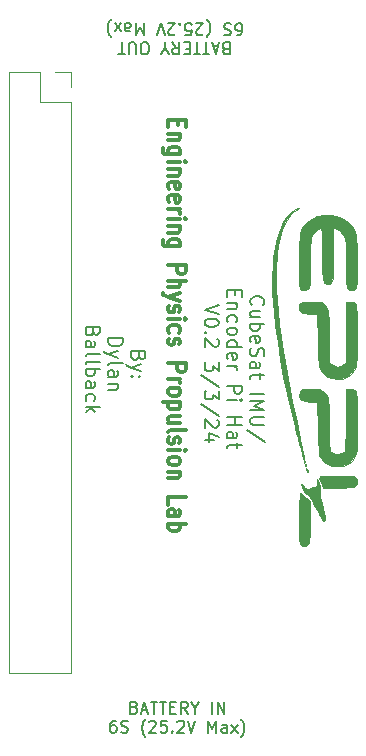
<source format=gbr>
%TF.GenerationSoftware,KiCad,Pcbnew,(6.0.5-0)*%
%TF.CreationDate,2024-03-04T10:57:06-05:00*%
%TF.ProjectId,CubeSat PCB V0.2,43756265-5361-4742-9050-43422056302e,rev?*%
%TF.SameCoordinates,Original*%
%TF.FileFunction,Legend,Top*%
%TF.FilePolarity,Positive*%
%FSLAX46Y46*%
G04 Gerber Fmt 4.6, Leading zero omitted, Abs format (unit mm)*
G04 Created by KiCad (PCBNEW (6.0.5-0)) date 2024-03-04 10:57:06*
%MOMM*%
%LPD*%
G01*
G04 APERTURE LIST*
%ADD10C,0.200000*%
%ADD11C,0.150000*%
%ADD12C,0.300000*%
%ADD13C,0.010000*%
%ADD14C,0.120000*%
G04 APERTURE END LIST*
D10*
X97142714Y-93110714D02*
X97085571Y-93282142D01*
X97028428Y-93339285D01*
X96914142Y-93396428D01*
X96742714Y-93396428D01*
X96628428Y-93339285D01*
X96571285Y-93282142D01*
X96514142Y-93167857D01*
X96514142Y-92710714D01*
X97714142Y-92710714D01*
X97714142Y-93110714D01*
X97657000Y-93225000D01*
X97599857Y-93282142D01*
X97485571Y-93339285D01*
X97371285Y-93339285D01*
X97257000Y-93282142D01*
X97199857Y-93225000D01*
X97142714Y-93110714D01*
X97142714Y-92710714D01*
X97314142Y-93796428D02*
X96514142Y-94082142D01*
X97314142Y-94367857D02*
X96514142Y-94082142D01*
X96228428Y-93967857D01*
X96171285Y-93910714D01*
X96114142Y-93796428D01*
X96628428Y-94825000D02*
X96571285Y-94882142D01*
X96514142Y-94825000D01*
X96571285Y-94767857D01*
X96628428Y-94825000D01*
X96514142Y-94825000D01*
X97257000Y-94825000D02*
X97199857Y-94882142D01*
X97142714Y-94825000D01*
X97199857Y-94767857D01*
X97257000Y-94825000D01*
X97142714Y-94825000D01*
X94582142Y-91596428D02*
X95782142Y-91596428D01*
X95782142Y-91882142D01*
X95725000Y-92053571D01*
X95610714Y-92167857D01*
X95496428Y-92225000D01*
X95267857Y-92282142D01*
X95096428Y-92282142D01*
X94867857Y-92225000D01*
X94753571Y-92167857D01*
X94639285Y-92053571D01*
X94582142Y-91882142D01*
X94582142Y-91596428D01*
X95382142Y-92682142D02*
X94582142Y-92967857D01*
X95382142Y-93253571D02*
X94582142Y-92967857D01*
X94296428Y-92853571D01*
X94239285Y-92796428D01*
X94182142Y-92682142D01*
X94582142Y-93882142D02*
X94639285Y-93767857D01*
X94753571Y-93710714D01*
X95782142Y-93710714D01*
X94582142Y-94853571D02*
X95210714Y-94853571D01*
X95325000Y-94796428D01*
X95382142Y-94682142D01*
X95382142Y-94453571D01*
X95325000Y-94339285D01*
X94639285Y-94853571D02*
X94582142Y-94739285D01*
X94582142Y-94453571D01*
X94639285Y-94339285D01*
X94753571Y-94282142D01*
X94867857Y-94282142D01*
X94982142Y-94339285D01*
X95039285Y-94453571D01*
X95039285Y-94739285D01*
X95096428Y-94853571D01*
X95382142Y-95425000D02*
X94582142Y-95425000D01*
X95267857Y-95425000D02*
X95325000Y-95482142D01*
X95382142Y-95596428D01*
X95382142Y-95767857D01*
X95325000Y-95882142D01*
X95210714Y-95939285D01*
X94582142Y-95939285D01*
X93278714Y-91053571D02*
X93221571Y-91225000D01*
X93164428Y-91282142D01*
X93050142Y-91339285D01*
X92878714Y-91339285D01*
X92764428Y-91282142D01*
X92707285Y-91225000D01*
X92650142Y-91110714D01*
X92650142Y-90653571D01*
X93850142Y-90653571D01*
X93850142Y-91053571D01*
X93793000Y-91167857D01*
X93735857Y-91225000D01*
X93621571Y-91282142D01*
X93507285Y-91282142D01*
X93393000Y-91225000D01*
X93335857Y-91167857D01*
X93278714Y-91053571D01*
X93278714Y-90653571D01*
X92650142Y-92367857D02*
X93278714Y-92367857D01*
X93393000Y-92310714D01*
X93450142Y-92196428D01*
X93450142Y-91967857D01*
X93393000Y-91853571D01*
X92707285Y-92367857D02*
X92650142Y-92253571D01*
X92650142Y-91967857D01*
X92707285Y-91853571D01*
X92821571Y-91796428D01*
X92935857Y-91796428D01*
X93050142Y-91853571D01*
X93107285Y-91967857D01*
X93107285Y-92253571D01*
X93164428Y-92367857D01*
X92650142Y-93110714D02*
X92707285Y-92996428D01*
X92821571Y-92939285D01*
X93850142Y-92939285D01*
X92650142Y-93739285D02*
X92707285Y-93625000D01*
X92821571Y-93567857D01*
X93850142Y-93567857D01*
X92650142Y-94196428D02*
X93850142Y-94196428D01*
X93393000Y-94196428D02*
X93450142Y-94310714D01*
X93450142Y-94539285D01*
X93393000Y-94653571D01*
X93335857Y-94710714D01*
X93221571Y-94767857D01*
X92878714Y-94767857D01*
X92764428Y-94710714D01*
X92707285Y-94653571D01*
X92650142Y-94539285D01*
X92650142Y-94310714D01*
X92707285Y-94196428D01*
X92650142Y-95796428D02*
X93278714Y-95796428D01*
X93393000Y-95739285D01*
X93450142Y-95625000D01*
X93450142Y-95396428D01*
X93393000Y-95282142D01*
X92707285Y-95796428D02*
X92650142Y-95682142D01*
X92650142Y-95396428D01*
X92707285Y-95282142D01*
X92821571Y-95225000D01*
X92935857Y-95225000D01*
X93050142Y-95282142D01*
X93107285Y-95396428D01*
X93107285Y-95682142D01*
X93164428Y-95796428D01*
X92707285Y-96882142D02*
X92650142Y-96767857D01*
X92650142Y-96539285D01*
X92707285Y-96425000D01*
X92764428Y-96367857D01*
X92878714Y-96310714D01*
X93221571Y-96310714D01*
X93335857Y-96367857D01*
X93393000Y-96425000D01*
X93450142Y-96539285D01*
X93450142Y-96767857D01*
X93393000Y-96882142D01*
X92650142Y-97396428D02*
X93850142Y-97396428D01*
X93107285Y-97510714D02*
X92650142Y-97853571D01*
X93450142Y-97853571D02*
X92993000Y-97396428D01*
D11*
X104509523Y-67076428D02*
X104366666Y-67028809D01*
X104319047Y-66981190D01*
X104271428Y-66885952D01*
X104271428Y-66743095D01*
X104319047Y-66647857D01*
X104366666Y-66600238D01*
X104461904Y-66552619D01*
X104842857Y-66552619D01*
X104842857Y-67552619D01*
X104509523Y-67552619D01*
X104414285Y-67505000D01*
X104366666Y-67457380D01*
X104319047Y-67362142D01*
X104319047Y-67266904D01*
X104366666Y-67171666D01*
X104414285Y-67124047D01*
X104509523Y-67076428D01*
X104842857Y-67076428D01*
X103890476Y-66838333D02*
X103414285Y-66838333D01*
X103985714Y-66552619D02*
X103652380Y-67552619D01*
X103319047Y-66552619D01*
X103128571Y-67552619D02*
X102557142Y-67552619D01*
X102842857Y-66552619D02*
X102842857Y-67552619D01*
X102366666Y-67552619D02*
X101795238Y-67552619D01*
X102080952Y-66552619D02*
X102080952Y-67552619D01*
X101461904Y-67076428D02*
X101128571Y-67076428D01*
X100985714Y-66552619D02*
X101461904Y-66552619D01*
X101461904Y-67552619D01*
X100985714Y-67552619D01*
X99985714Y-66552619D02*
X100319047Y-67028809D01*
X100557142Y-66552619D02*
X100557142Y-67552619D01*
X100176190Y-67552619D01*
X100080952Y-67505000D01*
X100033333Y-67457380D01*
X99985714Y-67362142D01*
X99985714Y-67219285D01*
X100033333Y-67124047D01*
X100080952Y-67076428D01*
X100176190Y-67028809D01*
X100557142Y-67028809D01*
X99366666Y-67028809D02*
X99366666Y-66552619D01*
X99700000Y-67552619D02*
X99366666Y-67028809D01*
X99033333Y-67552619D01*
X97747619Y-67552619D02*
X97557142Y-67552619D01*
X97461904Y-67505000D01*
X97366666Y-67409761D01*
X97319047Y-67219285D01*
X97319047Y-66885952D01*
X97366666Y-66695476D01*
X97461904Y-66600238D01*
X97557142Y-66552619D01*
X97747619Y-66552619D01*
X97842857Y-66600238D01*
X97938095Y-66695476D01*
X97985714Y-66885952D01*
X97985714Y-67219285D01*
X97938095Y-67409761D01*
X97842857Y-67505000D01*
X97747619Y-67552619D01*
X96890476Y-67552619D02*
X96890476Y-66743095D01*
X96842857Y-66647857D01*
X96795238Y-66600238D01*
X96700000Y-66552619D01*
X96509523Y-66552619D01*
X96414285Y-66600238D01*
X96366666Y-66647857D01*
X96319047Y-66743095D01*
X96319047Y-67552619D01*
X95985714Y-67552619D02*
X95414285Y-67552619D01*
X95700000Y-66552619D02*
X95700000Y-67552619D01*
X105438095Y-65942619D02*
X105628571Y-65942619D01*
X105723809Y-65895000D01*
X105771428Y-65847380D01*
X105866666Y-65704523D01*
X105914285Y-65514047D01*
X105914285Y-65133095D01*
X105866666Y-65037857D01*
X105819047Y-64990238D01*
X105723809Y-64942619D01*
X105533333Y-64942619D01*
X105438095Y-64990238D01*
X105390476Y-65037857D01*
X105342857Y-65133095D01*
X105342857Y-65371190D01*
X105390476Y-65466428D01*
X105438095Y-65514047D01*
X105533333Y-65561666D01*
X105723809Y-65561666D01*
X105819047Y-65514047D01*
X105866666Y-65466428D01*
X105914285Y-65371190D01*
X104961904Y-64990238D02*
X104819047Y-64942619D01*
X104580952Y-64942619D01*
X104485714Y-64990238D01*
X104438095Y-65037857D01*
X104390476Y-65133095D01*
X104390476Y-65228333D01*
X104438095Y-65323571D01*
X104485714Y-65371190D01*
X104580952Y-65418809D01*
X104771428Y-65466428D01*
X104866666Y-65514047D01*
X104914285Y-65561666D01*
X104961904Y-65656904D01*
X104961904Y-65752142D01*
X104914285Y-65847380D01*
X104866666Y-65895000D01*
X104771428Y-65942619D01*
X104533333Y-65942619D01*
X104390476Y-65895000D01*
X102914285Y-64561666D02*
X102961904Y-64609285D01*
X103057142Y-64752142D01*
X103104761Y-64847380D01*
X103152380Y-64990238D01*
X103200000Y-65228333D01*
X103200000Y-65418809D01*
X103152380Y-65656904D01*
X103104761Y-65799761D01*
X103057142Y-65895000D01*
X102961904Y-66037857D01*
X102914285Y-66085476D01*
X102580952Y-65847380D02*
X102533333Y-65895000D01*
X102438095Y-65942619D01*
X102200000Y-65942619D01*
X102104761Y-65895000D01*
X102057142Y-65847380D01*
X102009523Y-65752142D01*
X102009523Y-65656904D01*
X102057142Y-65514047D01*
X102628571Y-64942619D01*
X102009523Y-64942619D01*
X101104761Y-65942619D02*
X101580952Y-65942619D01*
X101628571Y-65466428D01*
X101580952Y-65514047D01*
X101485714Y-65561666D01*
X101247619Y-65561666D01*
X101152380Y-65514047D01*
X101104761Y-65466428D01*
X101057142Y-65371190D01*
X101057142Y-65133095D01*
X101104761Y-65037857D01*
X101152380Y-64990238D01*
X101247619Y-64942619D01*
X101485714Y-64942619D01*
X101580952Y-64990238D01*
X101628571Y-65037857D01*
X100628571Y-65037857D02*
X100580952Y-64990238D01*
X100628571Y-64942619D01*
X100676190Y-64990238D01*
X100628571Y-65037857D01*
X100628571Y-64942619D01*
X100200000Y-65847380D02*
X100152380Y-65895000D01*
X100057142Y-65942619D01*
X99819047Y-65942619D01*
X99723809Y-65895000D01*
X99676190Y-65847380D01*
X99628571Y-65752142D01*
X99628571Y-65656904D01*
X99676190Y-65514047D01*
X100247619Y-64942619D01*
X99628571Y-64942619D01*
X99342857Y-65942619D02*
X99009523Y-64942619D01*
X98676190Y-65942619D01*
X97580952Y-64942619D02*
X97580952Y-65942619D01*
X97247619Y-65228333D01*
X96914285Y-65942619D01*
X96914285Y-64942619D01*
X96009523Y-64942619D02*
X96009523Y-65466428D01*
X96057142Y-65561666D01*
X96152380Y-65609285D01*
X96342857Y-65609285D01*
X96438095Y-65561666D01*
X96009523Y-64990238D02*
X96104761Y-64942619D01*
X96342857Y-64942619D01*
X96438095Y-64990238D01*
X96485714Y-65085476D01*
X96485714Y-65180714D01*
X96438095Y-65275952D01*
X96342857Y-65323571D01*
X96104761Y-65323571D01*
X96009523Y-65371190D01*
X95628571Y-64942619D02*
X95104761Y-65609285D01*
X95628571Y-65609285D02*
X95104761Y-64942619D01*
X94819047Y-64561666D02*
X94771428Y-64609285D01*
X94676190Y-64752142D01*
X94628571Y-64847380D01*
X94580952Y-64990238D01*
X94533333Y-65228333D01*
X94533333Y-65418809D01*
X94580952Y-65656904D01*
X94628571Y-65799761D01*
X94676190Y-65895000D01*
X94771428Y-66037857D01*
X94819047Y-66085476D01*
X96782142Y-122848571D02*
X96925000Y-122896190D01*
X96972619Y-122943809D01*
X97020238Y-123039047D01*
X97020238Y-123181904D01*
X96972619Y-123277142D01*
X96925000Y-123324761D01*
X96829761Y-123372380D01*
X96448809Y-123372380D01*
X96448809Y-122372380D01*
X96782142Y-122372380D01*
X96877380Y-122420000D01*
X96925000Y-122467619D01*
X96972619Y-122562857D01*
X96972619Y-122658095D01*
X96925000Y-122753333D01*
X96877380Y-122800952D01*
X96782142Y-122848571D01*
X96448809Y-122848571D01*
X97401190Y-123086666D02*
X97877380Y-123086666D01*
X97305952Y-123372380D02*
X97639285Y-122372380D01*
X97972619Y-123372380D01*
X98163095Y-122372380D02*
X98734523Y-122372380D01*
X98448809Y-123372380D02*
X98448809Y-122372380D01*
X98925000Y-122372380D02*
X99496428Y-122372380D01*
X99210714Y-123372380D02*
X99210714Y-122372380D01*
X99829761Y-122848571D02*
X100163095Y-122848571D01*
X100305952Y-123372380D02*
X99829761Y-123372380D01*
X99829761Y-122372380D01*
X100305952Y-122372380D01*
X101305952Y-123372380D02*
X100972619Y-122896190D01*
X100734523Y-123372380D02*
X100734523Y-122372380D01*
X101115476Y-122372380D01*
X101210714Y-122420000D01*
X101258333Y-122467619D01*
X101305952Y-122562857D01*
X101305952Y-122705714D01*
X101258333Y-122800952D01*
X101210714Y-122848571D01*
X101115476Y-122896190D01*
X100734523Y-122896190D01*
X101925000Y-122896190D02*
X101925000Y-123372380D01*
X101591666Y-122372380D02*
X101925000Y-122896190D01*
X102258333Y-122372380D01*
X103353571Y-123372380D02*
X103353571Y-122372380D01*
X103829761Y-123372380D02*
X103829761Y-122372380D01*
X104401190Y-123372380D01*
X104401190Y-122372380D01*
X95186904Y-123982380D02*
X94996428Y-123982380D01*
X94901190Y-124030000D01*
X94853571Y-124077619D01*
X94758333Y-124220476D01*
X94710714Y-124410952D01*
X94710714Y-124791904D01*
X94758333Y-124887142D01*
X94805952Y-124934761D01*
X94901190Y-124982380D01*
X95091666Y-124982380D01*
X95186904Y-124934761D01*
X95234523Y-124887142D01*
X95282142Y-124791904D01*
X95282142Y-124553809D01*
X95234523Y-124458571D01*
X95186904Y-124410952D01*
X95091666Y-124363333D01*
X94901190Y-124363333D01*
X94805952Y-124410952D01*
X94758333Y-124458571D01*
X94710714Y-124553809D01*
X95663095Y-124934761D02*
X95805952Y-124982380D01*
X96044047Y-124982380D01*
X96139285Y-124934761D01*
X96186904Y-124887142D01*
X96234523Y-124791904D01*
X96234523Y-124696666D01*
X96186904Y-124601428D01*
X96139285Y-124553809D01*
X96044047Y-124506190D01*
X95853571Y-124458571D01*
X95758333Y-124410952D01*
X95710714Y-124363333D01*
X95663095Y-124268095D01*
X95663095Y-124172857D01*
X95710714Y-124077619D01*
X95758333Y-124030000D01*
X95853571Y-123982380D01*
X96091666Y-123982380D01*
X96234523Y-124030000D01*
X97710714Y-125363333D02*
X97663095Y-125315714D01*
X97567857Y-125172857D01*
X97520238Y-125077619D01*
X97472619Y-124934761D01*
X97425000Y-124696666D01*
X97425000Y-124506190D01*
X97472619Y-124268095D01*
X97520238Y-124125238D01*
X97567857Y-124030000D01*
X97663095Y-123887142D01*
X97710714Y-123839523D01*
X98044047Y-124077619D02*
X98091666Y-124030000D01*
X98186904Y-123982380D01*
X98425000Y-123982380D01*
X98520238Y-124030000D01*
X98567857Y-124077619D01*
X98615476Y-124172857D01*
X98615476Y-124268095D01*
X98567857Y-124410952D01*
X97996428Y-124982380D01*
X98615476Y-124982380D01*
X99520238Y-123982380D02*
X99044047Y-123982380D01*
X98996428Y-124458571D01*
X99044047Y-124410952D01*
X99139285Y-124363333D01*
X99377380Y-124363333D01*
X99472619Y-124410952D01*
X99520238Y-124458571D01*
X99567857Y-124553809D01*
X99567857Y-124791904D01*
X99520238Y-124887142D01*
X99472619Y-124934761D01*
X99377380Y-124982380D01*
X99139285Y-124982380D01*
X99044047Y-124934761D01*
X98996428Y-124887142D01*
X99996428Y-124887142D02*
X100044047Y-124934761D01*
X99996428Y-124982380D01*
X99948809Y-124934761D01*
X99996428Y-124887142D01*
X99996428Y-124982380D01*
X100425000Y-124077619D02*
X100472619Y-124030000D01*
X100567857Y-123982380D01*
X100805952Y-123982380D01*
X100901190Y-124030000D01*
X100948809Y-124077619D01*
X100996428Y-124172857D01*
X100996428Y-124268095D01*
X100948809Y-124410952D01*
X100377380Y-124982380D01*
X100996428Y-124982380D01*
X101282142Y-123982380D02*
X101615476Y-124982380D01*
X101948809Y-123982380D01*
X103044047Y-124982380D02*
X103044047Y-123982380D01*
X103377380Y-124696666D01*
X103710714Y-123982380D01*
X103710714Y-124982380D01*
X104615476Y-124982380D02*
X104615476Y-124458571D01*
X104567857Y-124363333D01*
X104472619Y-124315714D01*
X104282142Y-124315714D01*
X104186904Y-124363333D01*
X104615476Y-124934761D02*
X104520238Y-124982380D01*
X104282142Y-124982380D01*
X104186904Y-124934761D01*
X104139285Y-124839523D01*
X104139285Y-124744285D01*
X104186904Y-124649047D01*
X104282142Y-124601428D01*
X104520238Y-124601428D01*
X104615476Y-124553809D01*
X104996428Y-124982380D02*
X105520238Y-124315714D01*
X104996428Y-124315714D02*
X105520238Y-124982380D01*
X105805952Y-125363333D02*
X105853571Y-125315714D01*
X105948809Y-125172857D01*
X105996428Y-125077619D01*
X106044047Y-124934761D01*
X106091666Y-124696666D01*
X106091666Y-124506190D01*
X106044047Y-124268095D01*
X105996428Y-124125238D01*
X105948809Y-124030000D01*
X105853571Y-123887142D01*
X105805952Y-123839523D01*
D10*
X106703428Y-88778571D02*
X106646285Y-88721428D01*
X106589142Y-88550000D01*
X106589142Y-88435714D01*
X106646285Y-88264285D01*
X106760571Y-88150000D01*
X106874857Y-88092857D01*
X107103428Y-88035714D01*
X107274857Y-88035714D01*
X107503428Y-88092857D01*
X107617714Y-88150000D01*
X107732000Y-88264285D01*
X107789142Y-88435714D01*
X107789142Y-88550000D01*
X107732000Y-88721428D01*
X107674857Y-88778571D01*
X107389142Y-89807142D02*
X106589142Y-89807142D01*
X107389142Y-89292857D02*
X106760571Y-89292857D01*
X106646285Y-89350000D01*
X106589142Y-89464285D01*
X106589142Y-89635714D01*
X106646285Y-89750000D01*
X106703428Y-89807142D01*
X106589142Y-90378571D02*
X107789142Y-90378571D01*
X107332000Y-90378571D02*
X107389142Y-90492857D01*
X107389142Y-90721428D01*
X107332000Y-90835714D01*
X107274857Y-90892857D01*
X107160571Y-90950000D01*
X106817714Y-90950000D01*
X106703428Y-90892857D01*
X106646285Y-90835714D01*
X106589142Y-90721428D01*
X106589142Y-90492857D01*
X106646285Y-90378571D01*
X106646285Y-91921428D02*
X106589142Y-91807142D01*
X106589142Y-91578571D01*
X106646285Y-91464285D01*
X106760571Y-91407142D01*
X107217714Y-91407142D01*
X107332000Y-91464285D01*
X107389142Y-91578571D01*
X107389142Y-91807142D01*
X107332000Y-91921428D01*
X107217714Y-91978571D01*
X107103428Y-91978571D01*
X106989142Y-91407142D01*
X106646285Y-92435714D02*
X106589142Y-92607142D01*
X106589142Y-92892857D01*
X106646285Y-93007142D01*
X106703428Y-93064285D01*
X106817714Y-93121428D01*
X106932000Y-93121428D01*
X107046285Y-93064285D01*
X107103428Y-93007142D01*
X107160571Y-92892857D01*
X107217714Y-92664285D01*
X107274857Y-92550000D01*
X107332000Y-92492857D01*
X107446285Y-92435714D01*
X107560571Y-92435714D01*
X107674857Y-92492857D01*
X107732000Y-92550000D01*
X107789142Y-92664285D01*
X107789142Y-92950000D01*
X107732000Y-93121428D01*
X106589142Y-94150000D02*
X107217714Y-94150000D01*
X107332000Y-94092857D01*
X107389142Y-93978571D01*
X107389142Y-93750000D01*
X107332000Y-93635714D01*
X106646285Y-94150000D02*
X106589142Y-94035714D01*
X106589142Y-93750000D01*
X106646285Y-93635714D01*
X106760571Y-93578571D01*
X106874857Y-93578571D01*
X106989142Y-93635714D01*
X107046285Y-93750000D01*
X107046285Y-94035714D01*
X107103428Y-94150000D01*
X107389142Y-94550000D02*
X107389142Y-95007142D01*
X107789142Y-94721428D02*
X106760571Y-94721428D01*
X106646285Y-94778571D01*
X106589142Y-94892857D01*
X106589142Y-95007142D01*
X106589142Y-96321428D02*
X107789142Y-96321428D01*
X106589142Y-96892857D02*
X107789142Y-96892857D01*
X106932000Y-97292857D01*
X107789142Y-97692857D01*
X106589142Y-97692857D01*
X107789142Y-98264285D02*
X106817714Y-98264285D01*
X106703428Y-98321428D01*
X106646285Y-98378571D01*
X106589142Y-98492857D01*
X106589142Y-98721428D01*
X106646285Y-98835714D01*
X106703428Y-98892857D01*
X106817714Y-98949999D01*
X107789142Y-98949999D01*
X107846285Y-100378571D02*
X106303428Y-99349999D01*
X105285714Y-87550000D02*
X105285714Y-87950000D01*
X104657142Y-88121428D02*
X104657142Y-87550000D01*
X105857142Y-87550000D01*
X105857142Y-88121428D01*
X105457142Y-88635714D02*
X104657142Y-88635714D01*
X105342857Y-88635714D02*
X105400000Y-88692857D01*
X105457142Y-88807142D01*
X105457142Y-88978571D01*
X105400000Y-89092857D01*
X105285714Y-89150000D01*
X104657142Y-89150000D01*
X104714285Y-90235714D02*
X104657142Y-90121428D01*
X104657142Y-89892857D01*
X104714285Y-89778571D01*
X104771428Y-89721428D01*
X104885714Y-89664285D01*
X105228571Y-89664285D01*
X105342857Y-89721428D01*
X105400000Y-89778571D01*
X105457142Y-89892857D01*
X105457142Y-90121428D01*
X105400000Y-90235714D01*
X104657142Y-90921428D02*
X104714285Y-90807142D01*
X104771428Y-90750000D01*
X104885714Y-90692857D01*
X105228571Y-90692857D01*
X105342857Y-90750000D01*
X105400000Y-90807142D01*
X105457142Y-90921428D01*
X105457142Y-91092857D01*
X105400000Y-91207142D01*
X105342857Y-91264285D01*
X105228571Y-91321428D01*
X104885714Y-91321428D01*
X104771428Y-91264285D01*
X104714285Y-91207142D01*
X104657142Y-91092857D01*
X104657142Y-90921428D01*
X104657142Y-92350000D02*
X105857142Y-92350000D01*
X104714285Y-92350000D02*
X104657142Y-92235714D01*
X104657142Y-92007142D01*
X104714285Y-91892857D01*
X104771428Y-91835714D01*
X104885714Y-91778571D01*
X105228571Y-91778571D01*
X105342857Y-91835714D01*
X105400000Y-91892857D01*
X105457142Y-92007142D01*
X105457142Y-92235714D01*
X105400000Y-92350000D01*
X104714285Y-93378571D02*
X104657142Y-93264285D01*
X104657142Y-93035714D01*
X104714285Y-92921428D01*
X104828571Y-92864285D01*
X105285714Y-92864285D01*
X105400000Y-92921428D01*
X105457142Y-93035714D01*
X105457142Y-93264285D01*
X105400000Y-93378571D01*
X105285714Y-93435714D01*
X105171428Y-93435714D01*
X105057142Y-92864285D01*
X104657142Y-93950000D02*
X105457142Y-93950000D01*
X105228571Y-93950000D02*
X105342857Y-94007142D01*
X105400000Y-94064285D01*
X105457142Y-94178571D01*
X105457142Y-94292857D01*
X104657142Y-95607142D02*
X105857142Y-95607142D01*
X105857142Y-96064285D01*
X105800000Y-96178571D01*
X105742857Y-96235714D01*
X105628571Y-96292857D01*
X105457142Y-96292857D01*
X105342857Y-96235714D01*
X105285714Y-96178571D01*
X105228571Y-96064285D01*
X105228571Y-95607142D01*
X104657142Y-96807142D02*
X105457142Y-96807142D01*
X105857142Y-96807142D02*
X105800000Y-96750000D01*
X105742857Y-96807142D01*
X105800000Y-96864285D01*
X105857142Y-96807142D01*
X105742857Y-96807142D01*
X104657142Y-98292857D02*
X105857142Y-98292857D01*
X105285714Y-98292857D02*
X105285714Y-98978571D01*
X104657142Y-98978571D02*
X105857142Y-98978571D01*
X104657142Y-100064285D02*
X105285714Y-100064285D01*
X105400000Y-100007142D01*
X105457142Y-99892857D01*
X105457142Y-99664285D01*
X105400000Y-99550000D01*
X104714285Y-100064285D02*
X104657142Y-99950000D01*
X104657142Y-99664285D01*
X104714285Y-99550000D01*
X104828571Y-99492857D01*
X104942857Y-99492857D01*
X105057142Y-99550000D01*
X105114285Y-99664285D01*
X105114285Y-99950000D01*
X105171428Y-100064285D01*
X105457142Y-100464285D02*
X105457142Y-100921428D01*
X105857142Y-100635714D02*
X104828571Y-100635714D01*
X104714285Y-100692857D01*
X104657142Y-100807142D01*
X104657142Y-100921428D01*
X103925142Y-88778571D02*
X102725142Y-89178571D01*
X103925142Y-89578571D01*
X103925142Y-90207142D02*
X103925142Y-90321428D01*
X103868000Y-90435714D01*
X103810857Y-90492857D01*
X103696571Y-90550000D01*
X103468000Y-90607142D01*
X103182285Y-90607142D01*
X102953714Y-90550000D01*
X102839428Y-90492857D01*
X102782285Y-90435714D01*
X102725142Y-90321428D01*
X102725142Y-90207142D01*
X102782285Y-90092857D01*
X102839428Y-90035714D01*
X102953714Y-89978571D01*
X103182285Y-89921428D01*
X103468000Y-89921428D01*
X103696571Y-89978571D01*
X103810857Y-90035714D01*
X103868000Y-90092857D01*
X103925142Y-90207142D01*
X102839428Y-91121428D02*
X102782285Y-91178571D01*
X102725142Y-91121428D01*
X102782285Y-91064285D01*
X102839428Y-91121428D01*
X102725142Y-91121428D01*
X103810857Y-91635714D02*
X103868000Y-91692857D01*
X103925142Y-91807142D01*
X103925142Y-92092857D01*
X103868000Y-92207142D01*
X103810857Y-92264285D01*
X103696571Y-92321428D01*
X103582285Y-92321428D01*
X103410857Y-92264285D01*
X102725142Y-91578571D01*
X102725142Y-92321428D01*
X103925142Y-93635714D02*
X103925142Y-94378571D01*
X103468000Y-93978571D01*
X103468000Y-94150000D01*
X103410857Y-94264285D01*
X103353714Y-94321428D01*
X103239428Y-94378571D01*
X102953714Y-94378571D01*
X102839428Y-94321428D01*
X102782285Y-94264285D01*
X102725142Y-94150000D01*
X102725142Y-93807142D01*
X102782285Y-93692857D01*
X102839428Y-93635714D01*
X103982285Y-95750000D02*
X102439428Y-94721428D01*
X103925142Y-96035714D02*
X103925142Y-96778571D01*
X103468000Y-96378571D01*
X103468000Y-96550000D01*
X103410857Y-96664285D01*
X103353714Y-96721428D01*
X103239428Y-96778571D01*
X102953714Y-96778571D01*
X102839428Y-96721428D01*
X102782285Y-96664285D01*
X102725142Y-96550000D01*
X102725142Y-96207142D01*
X102782285Y-96092857D01*
X102839428Y-96035714D01*
X103982285Y-98150000D02*
X102439428Y-97121428D01*
X103810857Y-98492857D02*
X103868000Y-98550000D01*
X103925142Y-98664285D01*
X103925142Y-98950000D01*
X103868000Y-99064285D01*
X103810857Y-99121428D01*
X103696571Y-99178571D01*
X103582285Y-99178571D01*
X103410857Y-99121428D01*
X102725142Y-98435714D01*
X102725142Y-99178571D01*
X103525142Y-100207142D02*
X102725142Y-100207142D01*
X103982285Y-99921428D02*
X103125142Y-99635714D01*
X103125142Y-100378571D01*
D12*
X100457142Y-73110714D02*
X100457142Y-73544047D01*
X99671428Y-73729761D02*
X99671428Y-73110714D01*
X101171428Y-73110714D01*
X101171428Y-73729761D01*
X100671428Y-74286904D02*
X99671428Y-74286904D01*
X100528571Y-74286904D02*
X100600000Y-74348809D01*
X100671428Y-74472619D01*
X100671428Y-74658333D01*
X100600000Y-74782142D01*
X100457142Y-74844047D01*
X99671428Y-74844047D01*
X100671428Y-76020238D02*
X99457142Y-76020238D01*
X99314285Y-75958333D01*
X99242857Y-75896428D01*
X99171428Y-75772619D01*
X99171428Y-75586904D01*
X99242857Y-75463095D01*
X99742857Y-76020238D02*
X99671428Y-75896428D01*
X99671428Y-75648809D01*
X99742857Y-75525000D01*
X99814285Y-75463095D01*
X99957142Y-75401190D01*
X100385714Y-75401190D01*
X100528571Y-75463095D01*
X100600000Y-75525000D01*
X100671428Y-75648809D01*
X100671428Y-75896428D01*
X100600000Y-76020238D01*
X99671428Y-76639285D02*
X100671428Y-76639285D01*
X101171428Y-76639285D02*
X101100000Y-76577380D01*
X101028571Y-76639285D01*
X101100000Y-76701190D01*
X101171428Y-76639285D01*
X101028571Y-76639285D01*
X100671428Y-77258333D02*
X99671428Y-77258333D01*
X100528571Y-77258333D02*
X100600000Y-77320238D01*
X100671428Y-77444047D01*
X100671428Y-77629761D01*
X100600000Y-77753571D01*
X100457142Y-77815476D01*
X99671428Y-77815476D01*
X99742857Y-78929761D02*
X99671428Y-78805952D01*
X99671428Y-78558333D01*
X99742857Y-78434523D01*
X99885714Y-78372619D01*
X100457142Y-78372619D01*
X100600000Y-78434523D01*
X100671428Y-78558333D01*
X100671428Y-78805952D01*
X100600000Y-78929761D01*
X100457142Y-78991666D01*
X100314285Y-78991666D01*
X100171428Y-78372619D01*
X99742857Y-80044047D02*
X99671428Y-79920238D01*
X99671428Y-79672619D01*
X99742857Y-79548809D01*
X99885714Y-79486904D01*
X100457142Y-79486904D01*
X100600000Y-79548809D01*
X100671428Y-79672619D01*
X100671428Y-79920238D01*
X100600000Y-80044047D01*
X100457142Y-80105952D01*
X100314285Y-80105952D01*
X100171428Y-79486904D01*
X99671428Y-80663095D02*
X100671428Y-80663095D01*
X100385714Y-80663095D02*
X100528571Y-80725000D01*
X100600000Y-80786904D01*
X100671428Y-80910714D01*
X100671428Y-81034523D01*
X99671428Y-81467857D02*
X100671428Y-81467857D01*
X101171428Y-81467857D02*
X101100000Y-81405952D01*
X101028571Y-81467857D01*
X101100000Y-81529761D01*
X101171428Y-81467857D01*
X101028571Y-81467857D01*
X100671428Y-82086904D02*
X99671428Y-82086904D01*
X100528571Y-82086904D02*
X100600000Y-82148809D01*
X100671428Y-82272619D01*
X100671428Y-82458333D01*
X100600000Y-82582142D01*
X100457142Y-82644047D01*
X99671428Y-82644047D01*
X100671428Y-83820238D02*
X99457142Y-83820238D01*
X99314285Y-83758333D01*
X99242857Y-83696428D01*
X99171428Y-83572619D01*
X99171428Y-83386904D01*
X99242857Y-83263095D01*
X99742857Y-83820238D02*
X99671428Y-83696428D01*
X99671428Y-83448809D01*
X99742857Y-83325000D01*
X99814285Y-83263095D01*
X99957142Y-83201190D01*
X100385714Y-83201190D01*
X100528571Y-83263095D01*
X100600000Y-83325000D01*
X100671428Y-83448809D01*
X100671428Y-83696428D01*
X100600000Y-83820238D01*
X99671428Y-85429761D02*
X101171428Y-85429761D01*
X101171428Y-85925000D01*
X101100000Y-86048809D01*
X101028571Y-86110714D01*
X100885714Y-86172619D01*
X100671428Y-86172619D01*
X100528571Y-86110714D01*
X100457142Y-86048809D01*
X100385714Y-85925000D01*
X100385714Y-85429761D01*
X99671428Y-86729761D02*
X101171428Y-86729761D01*
X99671428Y-87286904D02*
X100457142Y-87286904D01*
X100600000Y-87225000D01*
X100671428Y-87101190D01*
X100671428Y-86915476D01*
X100600000Y-86791666D01*
X100528571Y-86729761D01*
X100671428Y-87782142D02*
X99671428Y-88091666D01*
X100671428Y-88401190D02*
X99671428Y-88091666D01*
X99314285Y-87967857D01*
X99242857Y-87905952D01*
X99171428Y-87782142D01*
X99742857Y-88834523D02*
X99671428Y-88958333D01*
X99671428Y-89205952D01*
X99742857Y-89329761D01*
X99885714Y-89391666D01*
X99957142Y-89391666D01*
X100100000Y-89329761D01*
X100171428Y-89205952D01*
X100171428Y-89020238D01*
X100242857Y-88896428D01*
X100385714Y-88834523D01*
X100457142Y-88834523D01*
X100600000Y-88896428D01*
X100671428Y-89020238D01*
X100671428Y-89205952D01*
X100600000Y-89329761D01*
X99671428Y-89948809D02*
X100671428Y-89948809D01*
X101171428Y-89948809D02*
X101100000Y-89886904D01*
X101028571Y-89948809D01*
X101100000Y-90010714D01*
X101171428Y-89948809D01*
X101028571Y-89948809D01*
X99742857Y-91125000D02*
X99671428Y-91001190D01*
X99671428Y-90753571D01*
X99742857Y-90629761D01*
X99814285Y-90567857D01*
X99957142Y-90505952D01*
X100385714Y-90505952D01*
X100528571Y-90567857D01*
X100600000Y-90629761D01*
X100671428Y-90753571D01*
X100671428Y-91001190D01*
X100600000Y-91125000D01*
X99742857Y-91620238D02*
X99671428Y-91744047D01*
X99671428Y-91991666D01*
X99742857Y-92115476D01*
X99885714Y-92177380D01*
X99957142Y-92177380D01*
X100100000Y-92115476D01*
X100171428Y-91991666D01*
X100171428Y-91805952D01*
X100242857Y-91682142D01*
X100385714Y-91620238D01*
X100457142Y-91620238D01*
X100600000Y-91682142D01*
X100671428Y-91805952D01*
X100671428Y-91991666D01*
X100600000Y-92115476D01*
X99671428Y-93725000D02*
X101171428Y-93725000D01*
X101171428Y-94220238D01*
X101100000Y-94344047D01*
X101028571Y-94405952D01*
X100885714Y-94467857D01*
X100671428Y-94467857D01*
X100528571Y-94405952D01*
X100457142Y-94344047D01*
X100385714Y-94220238D01*
X100385714Y-93725000D01*
X99671428Y-95025000D02*
X100671428Y-95025000D01*
X100385714Y-95025000D02*
X100528571Y-95086904D01*
X100600000Y-95148809D01*
X100671428Y-95272619D01*
X100671428Y-95396428D01*
X99671428Y-96015476D02*
X99742857Y-95891666D01*
X99814285Y-95829761D01*
X99957142Y-95767857D01*
X100385714Y-95767857D01*
X100528571Y-95829761D01*
X100600000Y-95891666D01*
X100671428Y-96015476D01*
X100671428Y-96201190D01*
X100600000Y-96325000D01*
X100528571Y-96386904D01*
X100385714Y-96448809D01*
X99957142Y-96448809D01*
X99814285Y-96386904D01*
X99742857Y-96325000D01*
X99671428Y-96201190D01*
X99671428Y-96015476D01*
X100671428Y-97005952D02*
X99171428Y-97005952D01*
X100600000Y-97005952D02*
X100671428Y-97129761D01*
X100671428Y-97377380D01*
X100600000Y-97501190D01*
X100528571Y-97563095D01*
X100385714Y-97625000D01*
X99957142Y-97625000D01*
X99814285Y-97563095D01*
X99742857Y-97501190D01*
X99671428Y-97377380D01*
X99671428Y-97129761D01*
X99742857Y-97005952D01*
X100671428Y-98739285D02*
X99671428Y-98739285D01*
X100671428Y-98182142D02*
X99885714Y-98182142D01*
X99742857Y-98244047D01*
X99671428Y-98367857D01*
X99671428Y-98553571D01*
X99742857Y-98677380D01*
X99814285Y-98739285D01*
X99671428Y-99544047D02*
X99742857Y-99420238D01*
X99885714Y-99358333D01*
X101171428Y-99358333D01*
X99742857Y-99977380D02*
X99671428Y-100101190D01*
X99671428Y-100348809D01*
X99742857Y-100472619D01*
X99885714Y-100534523D01*
X99957142Y-100534523D01*
X100100000Y-100472619D01*
X100171428Y-100348809D01*
X100171428Y-100163095D01*
X100242857Y-100039285D01*
X100385714Y-99977380D01*
X100457142Y-99977380D01*
X100600000Y-100039285D01*
X100671428Y-100163095D01*
X100671428Y-100348809D01*
X100600000Y-100472619D01*
X99671428Y-101091666D02*
X100671428Y-101091666D01*
X101171428Y-101091666D02*
X101100000Y-101029761D01*
X101028571Y-101091666D01*
X101100000Y-101153571D01*
X101171428Y-101091666D01*
X101028571Y-101091666D01*
X99671428Y-101896428D02*
X99742857Y-101772619D01*
X99814285Y-101710714D01*
X99957142Y-101648809D01*
X100385714Y-101648809D01*
X100528571Y-101710714D01*
X100600000Y-101772619D01*
X100671428Y-101896428D01*
X100671428Y-102082142D01*
X100600000Y-102205952D01*
X100528571Y-102267857D01*
X100385714Y-102329761D01*
X99957142Y-102329761D01*
X99814285Y-102267857D01*
X99742857Y-102205952D01*
X99671428Y-102082142D01*
X99671428Y-101896428D01*
X100671428Y-102886904D02*
X99671428Y-102886904D01*
X100528571Y-102886904D02*
X100600000Y-102948809D01*
X100671428Y-103072619D01*
X100671428Y-103258333D01*
X100600000Y-103382142D01*
X100457142Y-103444047D01*
X99671428Y-103444047D01*
X99671428Y-105672619D02*
X99671428Y-105053571D01*
X101171428Y-105053571D01*
X99671428Y-106663095D02*
X100457142Y-106663095D01*
X100600000Y-106601190D01*
X100671428Y-106477380D01*
X100671428Y-106229761D01*
X100600000Y-106105952D01*
X99742857Y-106663095D02*
X99671428Y-106539285D01*
X99671428Y-106229761D01*
X99742857Y-106105952D01*
X99885714Y-106044047D01*
X100028571Y-106044047D01*
X100171428Y-106105952D01*
X100242857Y-106229761D01*
X100242857Y-106539285D01*
X100314285Y-106663095D01*
X99671428Y-107282142D02*
X101171428Y-107282142D01*
X100600000Y-107282142D02*
X100671428Y-107405952D01*
X100671428Y-107653571D01*
X100600000Y-107777380D01*
X100528571Y-107839285D01*
X100385714Y-107901190D01*
X99957142Y-107901190D01*
X99814285Y-107839285D01*
X99742857Y-107777380D01*
X99671428Y-107653571D01*
X99671428Y-107405952D01*
X99742857Y-107282142D01*
%TO.C,G\u002A\u002A\u002A*%
G36*
X110648604Y-80616074D02*
G01*
X110502321Y-80725502D01*
X110433157Y-80768214D01*
X110204619Y-80943753D01*
X109964553Y-81188460D01*
X109868656Y-81307876D01*
X109553841Y-81802155D01*
X109300974Y-82355373D01*
X109104799Y-82988741D01*
X108960062Y-83723476D01*
X108861507Y-84580790D01*
X108803879Y-85581897D01*
X108802872Y-85610244D01*
X108786818Y-86478735D01*
X108799917Y-87375778D01*
X108843879Y-88313348D01*
X108920414Y-89303422D01*
X109031231Y-90357973D01*
X109178040Y-91488978D01*
X109362552Y-92708412D01*
X109586474Y-94028250D01*
X109851519Y-95460467D01*
X110159394Y-97017040D01*
X110511811Y-98709944D01*
X110910477Y-100551153D01*
X110982843Y-100879179D01*
X111072494Y-101302512D01*
X111141716Y-101664836D01*
X111185173Y-101935217D01*
X111197532Y-102082726D01*
X111193345Y-102099790D01*
X111144530Y-102117471D01*
X111144004Y-102113188D01*
X111123043Y-102010210D01*
X111066095Y-101772580D01*
X110980595Y-101429317D01*
X110873979Y-101009439D01*
X110753681Y-100541967D01*
X110627136Y-100055920D01*
X110501779Y-99580316D01*
X110385044Y-99144175D01*
X110354053Y-99029910D01*
X110020423Y-97725136D01*
X109701675Y-96326036D01*
X109404714Y-94871577D01*
X109136441Y-93400726D01*
X108903761Y-91952449D01*
X108713576Y-90565714D01*
X108572790Y-89279487D01*
X108524141Y-88700577D01*
X108463558Y-87549924D01*
X108451844Y-86422233D01*
X108488865Y-85371211D01*
X108533800Y-84805910D01*
X108656973Y-83945514D01*
X108846486Y-83129569D01*
X109092362Y-82386874D01*
X109384625Y-81746232D01*
X109713300Y-81236443D01*
X109809937Y-81121693D01*
X109981162Y-80961532D01*
X110199042Y-80795806D01*
X110419136Y-80653359D01*
X110597001Y-80563034D01*
X110687071Y-80552423D01*
X110648604Y-80616074D01*
G37*
D13*
X110648604Y-80616074D02*
X110502321Y-80725502D01*
X110433157Y-80768214D01*
X110204619Y-80943753D01*
X109964553Y-81188460D01*
X109868656Y-81307876D01*
X109553841Y-81802155D01*
X109300974Y-82355373D01*
X109104799Y-82988741D01*
X108960062Y-83723476D01*
X108861507Y-84580790D01*
X108803879Y-85581897D01*
X108802872Y-85610244D01*
X108786818Y-86478735D01*
X108799917Y-87375778D01*
X108843879Y-88313348D01*
X108920414Y-89303422D01*
X109031231Y-90357973D01*
X109178040Y-91488978D01*
X109362552Y-92708412D01*
X109586474Y-94028250D01*
X109851519Y-95460467D01*
X110159394Y-97017040D01*
X110511811Y-98709944D01*
X110910477Y-100551153D01*
X110982843Y-100879179D01*
X111072494Y-101302512D01*
X111141716Y-101664836D01*
X111185173Y-101935217D01*
X111197532Y-102082726D01*
X111193345Y-102099790D01*
X111144530Y-102117471D01*
X111144004Y-102113188D01*
X111123043Y-102010210D01*
X111066095Y-101772580D01*
X110980595Y-101429317D01*
X110873979Y-101009439D01*
X110753681Y-100541967D01*
X110627136Y-100055920D01*
X110501779Y-99580316D01*
X110385044Y-99144175D01*
X110354053Y-99029910D01*
X110020423Y-97725136D01*
X109701675Y-96326036D01*
X109404714Y-94871577D01*
X109136441Y-93400726D01*
X108903761Y-91952449D01*
X108713576Y-90565714D01*
X108572790Y-89279487D01*
X108524141Y-88700577D01*
X108463558Y-87549924D01*
X108451844Y-86422233D01*
X108488865Y-85371211D01*
X108533800Y-84805910D01*
X108656973Y-83945514D01*
X108846486Y-83129569D01*
X109092362Y-82386874D01*
X109384625Y-81746232D01*
X109713300Y-81236443D01*
X109809937Y-81121693D01*
X109981162Y-80961532D01*
X110199042Y-80795806D01*
X110419136Y-80653359D01*
X110597001Y-80563034D01*
X110687071Y-80552423D01*
X110648604Y-80616074D01*
G36*
X113535179Y-81148664D02*
G01*
X114116174Y-81291712D01*
X114632776Y-81549083D01*
X115060444Y-81910163D01*
X115374639Y-82364336D01*
X115485575Y-82635466D01*
X115535559Y-82874382D01*
X115576492Y-83234672D01*
X115608295Y-83688685D01*
X115630891Y-84208768D01*
X115644204Y-84767272D01*
X115648157Y-85336544D01*
X115642671Y-85888933D01*
X115627669Y-86396790D01*
X115603075Y-86832461D01*
X115568811Y-87168296D01*
X115524799Y-87376644D01*
X115498955Y-87424529D01*
X115276639Y-87545850D01*
X115034075Y-87507889D01*
X114870002Y-87388244D01*
X114815857Y-87325173D01*
X114774646Y-87243620D01*
X114744614Y-87121478D01*
X114724004Y-86936638D01*
X114711062Y-86666996D01*
X114704031Y-86290443D01*
X114701156Y-85784874D01*
X114700669Y-85255975D01*
X114699577Y-84620326D01*
X114695117Y-84129777D01*
X114685516Y-83760101D01*
X114669001Y-83487074D01*
X114643796Y-83286469D01*
X114608129Y-83134060D01*
X114560225Y-83005621D01*
X114531328Y-82943228D01*
X114392200Y-82736049D01*
X114195522Y-82535272D01*
X113981532Y-82371268D01*
X113790469Y-82274409D01*
X113662569Y-82275068D01*
X113654838Y-82281630D01*
X113640124Y-82377752D01*
X113626902Y-82620293D01*
X113615727Y-82986341D01*
X113607151Y-83452986D01*
X113601729Y-83997316D01*
X113600002Y-84549088D01*
X113599121Y-85251205D01*
X113594363Y-85802252D01*
X113582558Y-86220492D01*
X113560538Y-86524186D01*
X113525132Y-86731596D01*
X113473170Y-86860985D01*
X113401482Y-86930614D01*
X113306899Y-86958746D01*
X113186250Y-86963642D01*
X113180902Y-86963614D01*
X113045687Y-86960790D01*
X112939199Y-86942001D01*
X112857764Y-86889049D01*
X112797707Y-86783740D01*
X112755354Y-86607878D01*
X112727030Y-86343268D01*
X112709060Y-85971713D01*
X112697770Y-85475019D01*
X112689485Y-84834990D01*
X112685949Y-84512760D01*
X112677188Y-83910019D01*
X112665139Y-83366707D01*
X112650621Y-82904622D01*
X112634456Y-82545564D01*
X112617464Y-82311331D01*
X112600465Y-82223723D01*
X112599769Y-82223577D01*
X112497896Y-82267314D01*
X112314654Y-82377172D01*
X112234757Y-82430073D01*
X112063738Y-82555474D01*
X111929841Y-82686410D01*
X111828552Y-82844517D01*
X111755358Y-83051432D01*
X111705748Y-83328790D01*
X111675208Y-83698226D01*
X111659226Y-84181377D01*
X111653288Y-84799879D01*
X111652669Y-85220872D01*
X111651925Y-85855455D01*
X111648552Y-86342586D01*
X111640841Y-86704145D01*
X111627083Y-86962011D01*
X111605568Y-87138065D01*
X111574587Y-87254185D01*
X111532431Y-87332251D01*
X111483336Y-87388244D01*
X111257576Y-87537203D01*
X111014366Y-87526896D01*
X110885103Y-87469931D01*
X110835204Y-87435396D01*
X110796734Y-87378451D01*
X110768321Y-87279062D01*
X110748594Y-87117194D01*
X110736180Y-86872813D01*
X110729708Y-86525884D01*
X110727804Y-86056373D01*
X110729098Y-85444246D01*
X110730002Y-85205098D01*
X110734728Y-84600834D01*
X110743484Y-84040884D01*
X110755518Y-83551212D01*
X110770076Y-83157782D01*
X110786407Y-82886558D01*
X110800505Y-82773910D01*
X111006883Y-82266407D01*
X111348042Y-81819323D01*
X111791588Y-81466108D01*
X112278171Y-81248003D01*
X112914331Y-81130555D01*
X113535179Y-81148664D01*
G37*
X113535179Y-81148664D02*
X114116174Y-81291712D01*
X114632776Y-81549083D01*
X115060444Y-81910163D01*
X115374639Y-82364336D01*
X115485575Y-82635466D01*
X115535559Y-82874382D01*
X115576492Y-83234672D01*
X115608295Y-83688685D01*
X115630891Y-84208768D01*
X115644204Y-84767272D01*
X115648157Y-85336544D01*
X115642671Y-85888933D01*
X115627669Y-86396790D01*
X115603075Y-86832461D01*
X115568811Y-87168296D01*
X115524799Y-87376644D01*
X115498955Y-87424529D01*
X115276639Y-87545850D01*
X115034075Y-87507889D01*
X114870002Y-87388244D01*
X114815857Y-87325173D01*
X114774646Y-87243620D01*
X114744614Y-87121478D01*
X114724004Y-86936638D01*
X114711062Y-86666996D01*
X114704031Y-86290443D01*
X114701156Y-85784874D01*
X114700669Y-85255975D01*
X114699577Y-84620326D01*
X114695117Y-84129777D01*
X114685516Y-83760101D01*
X114669001Y-83487074D01*
X114643796Y-83286469D01*
X114608129Y-83134060D01*
X114560225Y-83005621D01*
X114531328Y-82943228D01*
X114392200Y-82736049D01*
X114195522Y-82535272D01*
X113981532Y-82371268D01*
X113790469Y-82274409D01*
X113662569Y-82275068D01*
X113654838Y-82281630D01*
X113640124Y-82377752D01*
X113626902Y-82620293D01*
X113615727Y-82986341D01*
X113607151Y-83452986D01*
X113601729Y-83997316D01*
X113600002Y-84549088D01*
X113599121Y-85251205D01*
X113594363Y-85802252D01*
X113582558Y-86220492D01*
X113560538Y-86524186D01*
X113525132Y-86731596D01*
X113473170Y-86860985D01*
X113401482Y-86930614D01*
X113306899Y-86958746D01*
X113186250Y-86963642D01*
X113180902Y-86963614D01*
X113045687Y-86960790D01*
X112939199Y-86942001D01*
X112857764Y-86889049D01*
X112797707Y-86783740D01*
X112755354Y-86607878D01*
X112727030Y-86343268D01*
X112709060Y-85971713D01*
X112697770Y-85475019D01*
X112689485Y-84834990D01*
X112685949Y-84512760D01*
X112677188Y-83910019D01*
X112665139Y-83366707D01*
X112650621Y-82904622D01*
X112634456Y-82545564D01*
X112617464Y-82311331D01*
X112600465Y-82223723D01*
X112599769Y-82223577D01*
X112497896Y-82267314D01*
X112314654Y-82377172D01*
X112234757Y-82430073D01*
X112063738Y-82555474D01*
X111929841Y-82686410D01*
X111828552Y-82844517D01*
X111755358Y-83051432D01*
X111705748Y-83328790D01*
X111675208Y-83698226D01*
X111659226Y-84181377D01*
X111653288Y-84799879D01*
X111652669Y-85220872D01*
X111651925Y-85855455D01*
X111648552Y-86342586D01*
X111640841Y-86704145D01*
X111627083Y-86962011D01*
X111605568Y-87138065D01*
X111574587Y-87254185D01*
X111532431Y-87332251D01*
X111483336Y-87388244D01*
X111257576Y-87537203D01*
X111014366Y-87526896D01*
X110885103Y-87469931D01*
X110835204Y-87435396D01*
X110796734Y-87378451D01*
X110768321Y-87279062D01*
X110748594Y-87117194D01*
X110736180Y-86872813D01*
X110729708Y-86525884D01*
X110727804Y-86056373D01*
X110729098Y-85444246D01*
X110730002Y-85205098D01*
X110734728Y-84600834D01*
X110743484Y-84040884D01*
X110755518Y-83551212D01*
X110770076Y-83157782D01*
X110786407Y-82886558D01*
X110800505Y-82773910D01*
X111006883Y-82266407D01*
X111348042Y-81819323D01*
X111791588Y-81466108D01*
X112278171Y-81248003D01*
X112914331Y-81130555D01*
X113535179Y-81148664D01*
G36*
X115345730Y-88510341D02*
G01*
X115496072Y-88586005D01*
X115544357Y-88652677D01*
X115569256Y-88783318D01*
X115590025Y-89057017D01*
X115606641Y-89447548D01*
X115619080Y-89928686D01*
X115627320Y-90474207D01*
X115631338Y-91057883D01*
X115631111Y-91653490D01*
X115626616Y-92234802D01*
X115617831Y-92775595D01*
X115604733Y-93249642D01*
X115587298Y-93630717D01*
X115565504Y-93892596D01*
X115549003Y-93986429D01*
X115388443Y-94314095D01*
X115123576Y-94628596D01*
X114810976Y-94863923D01*
X114785336Y-94877487D01*
X114384794Y-95011363D01*
X113936762Y-95049492D01*
X113495644Y-94996272D01*
X113115845Y-94856099D01*
X112935592Y-94727982D01*
X112773088Y-94574697D01*
X112645201Y-94438292D01*
X112547365Y-94296627D01*
X112475015Y-94127558D01*
X112423585Y-93908945D01*
X112388510Y-93618645D01*
X112365225Y-93234517D01*
X112349164Y-92734418D01*
X112335762Y-92096208D01*
X112330002Y-91790910D01*
X112287669Y-89547244D01*
X111585857Y-89504910D01*
X111192058Y-89470548D01*
X110938357Y-89413129D01*
X110795621Y-89315456D01*
X110734716Y-89160334D01*
X110725207Y-88996910D01*
X110760671Y-88768863D01*
X110812784Y-88637077D01*
X110879060Y-88566454D01*
X111000686Y-88522038D01*
X111211417Y-88498240D01*
X111545008Y-88489467D01*
X111707306Y-88488910D01*
X112104995Y-88494296D01*
X112376946Y-88515402D01*
X112566554Y-88559649D01*
X112717210Y-88634458D01*
X112771012Y-88670830D01*
X112913190Y-88782687D01*
X113025020Y-88906312D01*
X113110110Y-89062488D01*
X113172067Y-89271997D01*
X113214498Y-89555624D01*
X113241012Y-89934150D01*
X113255214Y-90428359D01*
X113260713Y-91059033D01*
X113261336Y-91495706D01*
X113261336Y-93576607D01*
X113469154Y-93784425D01*
X113743804Y-93957996D01*
X113981003Y-93992244D01*
X114304023Y-93923151D01*
X114492851Y-93784425D01*
X114700669Y-93576607D01*
X114700669Y-88488910D01*
X115078690Y-88488910D01*
X115345730Y-88510341D01*
G37*
X115345730Y-88510341D02*
X115496072Y-88586005D01*
X115544357Y-88652677D01*
X115569256Y-88783318D01*
X115590025Y-89057017D01*
X115606641Y-89447548D01*
X115619080Y-89928686D01*
X115627320Y-90474207D01*
X115631338Y-91057883D01*
X115631111Y-91653490D01*
X115626616Y-92234802D01*
X115617831Y-92775595D01*
X115604733Y-93249642D01*
X115587298Y-93630717D01*
X115565504Y-93892596D01*
X115549003Y-93986429D01*
X115388443Y-94314095D01*
X115123576Y-94628596D01*
X114810976Y-94863923D01*
X114785336Y-94877487D01*
X114384794Y-95011363D01*
X113936762Y-95049492D01*
X113495644Y-94996272D01*
X113115845Y-94856099D01*
X112935592Y-94727982D01*
X112773088Y-94574697D01*
X112645201Y-94438292D01*
X112547365Y-94296627D01*
X112475015Y-94127558D01*
X112423585Y-93908945D01*
X112388510Y-93618645D01*
X112365225Y-93234517D01*
X112349164Y-92734418D01*
X112335762Y-92096208D01*
X112330002Y-91790910D01*
X112287669Y-89547244D01*
X111585857Y-89504910D01*
X111192058Y-89470548D01*
X110938357Y-89413129D01*
X110795621Y-89315456D01*
X110734716Y-89160334D01*
X110725207Y-88996910D01*
X110760671Y-88768863D01*
X110812784Y-88637077D01*
X110879060Y-88566454D01*
X111000686Y-88522038D01*
X111211417Y-88498240D01*
X111545008Y-88489467D01*
X111707306Y-88488910D01*
X112104995Y-88494296D01*
X112376946Y-88515402D01*
X112566554Y-88559649D01*
X112717210Y-88634458D01*
X112771012Y-88670830D01*
X112913190Y-88782687D01*
X113025020Y-88906312D01*
X113110110Y-89062488D01*
X113172067Y-89271997D01*
X113214498Y-89555624D01*
X113241012Y-89934150D01*
X113255214Y-90428359D01*
X113260713Y-91059033D01*
X113261336Y-91495706D01*
X113261336Y-93576607D01*
X113469154Y-93784425D01*
X113743804Y-93957996D01*
X113981003Y-93992244D01*
X114304023Y-93923151D01*
X114492851Y-93784425D01*
X114700669Y-93576607D01*
X114700669Y-88488910D01*
X115078690Y-88488910D01*
X115345730Y-88510341D01*
G36*
X115075352Y-95908218D02*
G01*
X115227073Y-95915987D01*
X115348368Y-95939632D01*
X115442644Y-95996306D01*
X115513304Y-96103165D01*
X115563754Y-96277363D01*
X115597397Y-96536054D01*
X115617639Y-96896392D01*
X115627884Y-97375532D01*
X115631537Y-97990628D01*
X115632002Y-98712897D01*
X115631304Y-99434176D01*
X115628369Y-100007254D01*
X115621943Y-100453258D01*
X115610767Y-100793316D01*
X115593587Y-101048558D01*
X115569144Y-101240112D01*
X115536184Y-101389106D01*
X115493448Y-101516669D01*
X115460504Y-101596548D01*
X115228649Y-101980693D01*
X114908039Y-102242481D01*
X114478021Y-102394677D01*
X114090538Y-102443479D01*
X113522261Y-102418016D01*
X113065708Y-102266040D01*
X112719201Y-101986793D01*
X112560004Y-101751487D01*
X112502615Y-101635335D01*
X112457570Y-101512140D01*
X112422848Y-101359459D01*
X112396425Y-101154845D01*
X112376280Y-100875856D01*
X112360389Y-100500046D01*
X112346730Y-100004971D01*
X112333281Y-99368188D01*
X112330002Y-99199244D01*
X112287669Y-96997910D01*
X111654813Y-96972650D01*
X111225615Y-96933478D01*
X110941236Y-96848695D01*
X110780572Y-96706502D01*
X110722519Y-96495094D01*
X110721336Y-96450637D01*
X110766958Y-96212509D01*
X110841672Y-96061592D01*
X110922256Y-95981689D01*
X111046175Y-95932401D01*
X111250930Y-95906749D01*
X111574026Y-95897751D01*
X111724556Y-95897244D01*
X112113869Y-95903645D01*
X112378499Y-95928026D01*
X112562787Y-95978150D01*
X112711075Y-96061781D01*
X112726053Y-96072595D01*
X112881405Y-96195793D01*
X113003479Y-96325167D01*
X113096262Y-96481962D01*
X113163741Y-96687420D01*
X113209902Y-96962784D01*
X113238732Y-97329296D01*
X113254218Y-97808199D01*
X113260347Y-98420737D01*
X113261204Y-98924077D01*
X113261954Y-99575834D01*
X113265160Y-100079514D01*
X113272393Y-100456371D01*
X113285224Y-100727657D01*
X113305226Y-100914627D01*
X113333970Y-101038534D01*
X113373027Y-101120632D01*
X113423969Y-101182174D01*
X113428516Y-101186757D01*
X113637506Y-101336180D01*
X113811159Y-101408014D01*
X114045802Y-101411554D01*
X114311779Y-101342581D01*
X114529411Y-101226585D01*
X114596652Y-101156719D01*
X114613385Y-101051169D01*
X114631173Y-100797836D01*
X114649180Y-100418260D01*
X114666568Y-99933979D01*
X114682502Y-99366533D01*
X114696143Y-98737463D01*
X114700669Y-98479577D01*
X114743002Y-95897244D01*
X115075352Y-95908218D01*
G37*
X115075352Y-95908218D02*
X115227073Y-95915987D01*
X115348368Y-95939632D01*
X115442644Y-95996306D01*
X115513304Y-96103165D01*
X115563754Y-96277363D01*
X115597397Y-96536054D01*
X115617639Y-96896392D01*
X115627884Y-97375532D01*
X115631537Y-97990628D01*
X115632002Y-98712897D01*
X115631304Y-99434176D01*
X115628369Y-100007254D01*
X115621943Y-100453258D01*
X115610767Y-100793316D01*
X115593587Y-101048558D01*
X115569144Y-101240112D01*
X115536184Y-101389106D01*
X115493448Y-101516669D01*
X115460504Y-101596548D01*
X115228649Y-101980693D01*
X114908039Y-102242481D01*
X114478021Y-102394677D01*
X114090538Y-102443479D01*
X113522261Y-102418016D01*
X113065708Y-102266040D01*
X112719201Y-101986793D01*
X112560004Y-101751487D01*
X112502615Y-101635335D01*
X112457570Y-101512140D01*
X112422848Y-101359459D01*
X112396425Y-101154845D01*
X112376280Y-100875856D01*
X112360389Y-100500046D01*
X112346730Y-100004971D01*
X112333281Y-99368188D01*
X112330002Y-99199244D01*
X112287669Y-96997910D01*
X111654813Y-96972650D01*
X111225615Y-96933478D01*
X110941236Y-96848695D01*
X110780572Y-96706502D01*
X110722519Y-96495094D01*
X110721336Y-96450637D01*
X110766958Y-96212509D01*
X110841672Y-96061592D01*
X110922256Y-95981689D01*
X111046175Y-95932401D01*
X111250930Y-95906749D01*
X111574026Y-95897751D01*
X111724556Y-95897244D01*
X112113869Y-95903645D01*
X112378499Y-95928026D01*
X112562787Y-95978150D01*
X112711075Y-96061781D01*
X112726053Y-96072595D01*
X112881405Y-96195793D01*
X113003479Y-96325167D01*
X113096262Y-96481962D01*
X113163741Y-96687420D01*
X113209902Y-96962784D01*
X113238732Y-97329296D01*
X113254218Y-97808199D01*
X113260347Y-98420737D01*
X113261204Y-98924077D01*
X113261954Y-99575834D01*
X113265160Y-100079514D01*
X113272393Y-100456371D01*
X113285224Y-100727657D01*
X113305226Y-100914627D01*
X113333970Y-101038534D01*
X113373027Y-101120632D01*
X113423969Y-101182174D01*
X113428516Y-101186757D01*
X113637506Y-101336180D01*
X113811159Y-101408014D01*
X114045802Y-101411554D01*
X114311779Y-101342581D01*
X114529411Y-101226585D01*
X114596652Y-101156719D01*
X114613385Y-101051169D01*
X114631173Y-100797836D01*
X114649180Y-100418260D01*
X114666568Y-99933979D01*
X114682502Y-99366533D01*
X114696143Y-98737463D01*
X114700669Y-98479577D01*
X114743002Y-95897244D01*
X115075352Y-95908218D01*
G36*
X110904860Y-104713166D02*
G01*
X111060649Y-104851410D01*
X111255294Y-105030297D01*
X111652669Y-105400350D01*
X111652669Y-107085791D01*
X111649507Y-107731927D01*
X111636907Y-108228216D01*
X111610199Y-108594081D01*
X111564711Y-108848941D01*
X111495773Y-109012217D01*
X111398714Y-109103330D01*
X111268864Y-109141700D01*
X111156802Y-109147577D01*
X111022149Y-109141857D01*
X110918629Y-109111667D01*
X110842331Y-109037461D01*
X110789343Y-108899694D01*
X110755752Y-108678818D01*
X110737647Y-108355290D01*
X110731116Y-107909562D01*
X110732248Y-107322090D01*
X110734022Y-107035144D01*
X110739243Y-106469668D01*
X110746798Y-105949553D01*
X110756061Y-105502706D01*
X110766409Y-105157034D01*
X110777216Y-104940447D01*
X110781979Y-104893077D01*
X110813872Y-104724449D01*
X110837584Y-104660244D01*
X110904860Y-104713166D01*
G37*
X110904860Y-104713166D02*
X111060649Y-104851410D01*
X111255294Y-105030297D01*
X111652669Y-105400350D01*
X111652669Y-107085791D01*
X111649507Y-107731927D01*
X111636907Y-108228216D01*
X111610199Y-108594081D01*
X111564711Y-108848941D01*
X111495773Y-109012217D01*
X111398714Y-109103330D01*
X111268864Y-109141700D01*
X111156802Y-109147577D01*
X111022149Y-109141857D01*
X110918629Y-109111667D01*
X110842331Y-109037461D01*
X110789343Y-108899694D01*
X110755752Y-108678818D01*
X110737647Y-108355290D01*
X110731116Y-107909562D01*
X110732248Y-107322090D01*
X110734022Y-107035144D01*
X110739243Y-106469668D01*
X110746798Y-105949553D01*
X110756061Y-105502706D01*
X110766409Y-105157034D01*
X110777216Y-104940447D01*
X110781979Y-104893077D01*
X110813872Y-104724449D01*
X110837584Y-104660244D01*
X110904860Y-104713166D01*
G36*
X112387918Y-103813077D02*
G01*
X112479385Y-104227835D01*
X112467296Y-104469255D01*
X112458492Y-104717609D01*
X112503317Y-105012146D01*
X112609892Y-105397424D01*
X112670287Y-105582911D01*
X112793574Y-105996899D01*
X112878315Y-106375154D01*
X112922433Y-106692455D01*
X112923851Y-106923582D01*
X112880492Y-107043314D01*
X112790281Y-107026431D01*
X112789064Y-107025429D01*
X112677457Y-106889730D01*
X112534126Y-106660151D01*
X112440746Y-106485895D01*
X112302221Y-106224244D01*
X112176996Y-106012499D01*
X112119096Y-105930244D01*
X112021193Y-105768446D01*
X111917402Y-105533014D01*
X111900329Y-105486451D01*
X111758479Y-105229664D01*
X111538974Y-104974905D01*
X111461381Y-104906781D01*
X111249254Y-104717812D01*
X111108988Y-104528473D01*
X111000444Y-104274819D01*
X110934570Y-104067577D01*
X110906880Y-103952823D01*
X110935861Y-103935497D01*
X111045159Y-104023630D01*
X111180957Y-104151265D01*
X111378824Y-104322397D01*
X111498270Y-104374933D01*
X111560635Y-104333497D01*
X111689795Y-104246961D01*
X111874443Y-104208528D01*
X112097623Y-104164625D01*
X112211889Y-104035138D01*
X112250599Y-103781325D01*
X112250946Y-103771244D01*
X112259149Y-103517244D01*
X112387918Y-103813077D01*
G37*
X112387918Y-103813077D02*
X112479385Y-104227835D01*
X112467296Y-104469255D01*
X112458492Y-104717609D01*
X112503317Y-105012146D01*
X112609892Y-105397424D01*
X112670287Y-105582911D01*
X112793574Y-105996899D01*
X112878315Y-106375154D01*
X112922433Y-106692455D01*
X112923851Y-106923582D01*
X112880492Y-107043314D01*
X112790281Y-107026431D01*
X112789064Y-107025429D01*
X112677457Y-106889730D01*
X112534126Y-106660151D01*
X112440746Y-106485895D01*
X112302221Y-106224244D01*
X112176996Y-106012499D01*
X112119096Y-105930244D01*
X112021193Y-105768446D01*
X111917402Y-105533014D01*
X111900329Y-105486451D01*
X111758479Y-105229664D01*
X111538974Y-104974905D01*
X111461381Y-104906781D01*
X111249254Y-104717812D01*
X111108988Y-104528473D01*
X111000444Y-104274819D01*
X110934570Y-104067577D01*
X110906880Y-103952823D01*
X110935861Y-103935497D01*
X111045159Y-104023630D01*
X111180957Y-104151265D01*
X111378824Y-104322397D01*
X111498270Y-104374933D01*
X111560635Y-104333497D01*
X111689795Y-104246961D01*
X111874443Y-104208528D01*
X112097623Y-104164625D01*
X112211889Y-104035138D01*
X112250599Y-103781325D01*
X112250946Y-103771244D01*
X112259149Y-103517244D01*
X112387918Y-103813077D01*
G36*
X111287173Y-102273702D02*
G01*
X111297266Y-102406026D01*
X111280489Y-102435980D01*
X111242007Y-102410729D01*
X111236020Y-102324855D01*
X111256697Y-102234512D01*
X111287173Y-102273702D01*
G37*
X111287173Y-102273702D02*
X111297266Y-102406026D01*
X111280489Y-102435980D01*
X111242007Y-102410729D01*
X111236020Y-102324855D01*
X111256697Y-102234512D01*
X111287173Y-102273702D01*
G36*
X111398669Y-102670577D02*
G01*
X111462161Y-102850081D01*
X111470178Y-102942697D01*
X111422718Y-102916489D01*
X111398669Y-102882244D01*
X111328469Y-102701502D01*
X111321250Y-102628244D01*
X111345424Y-102577613D01*
X111398669Y-102670577D01*
G37*
X111398669Y-102670577D02*
X111462161Y-102850081D01*
X111470178Y-102942697D01*
X111422718Y-102916489D01*
X111398669Y-102882244D01*
X111328469Y-102701502D01*
X111321250Y-102628244D01*
X111345424Y-102577613D01*
X111398669Y-102670577D01*
G36*
X114584657Y-103224655D02*
G01*
X114997971Y-103240550D01*
X115286280Y-103275585D01*
X115471706Y-103336751D01*
X115576376Y-103431039D01*
X115622413Y-103565438D01*
X115632002Y-103728910D01*
X115619636Y-103907831D01*
X115567642Y-104039257D01*
X115453678Y-104130414D01*
X115255401Y-104188523D01*
X114950468Y-104220810D01*
X114516537Y-104234498D01*
X114060758Y-104236910D01*
X112755608Y-104236910D01*
X112637555Y-103954369D01*
X112512575Y-103640535D01*
X112456047Y-103445899D01*
X112463457Y-103336849D01*
X112530289Y-103279776D01*
X112546071Y-103273270D01*
X112674558Y-103255320D01*
X112939909Y-103240022D01*
X113309660Y-103228527D01*
X113751349Y-103221983D01*
X114024213Y-103220910D01*
X114584657Y-103224655D01*
G37*
X114584657Y-103224655D02*
X114997971Y-103240550D01*
X115286280Y-103275585D01*
X115471706Y-103336751D01*
X115576376Y-103431039D01*
X115622413Y-103565438D01*
X115632002Y-103728910D01*
X115619636Y-103907831D01*
X115567642Y-104039257D01*
X115453678Y-104130414D01*
X115255401Y-104188523D01*
X114950468Y-104220810D01*
X114516537Y-104234498D01*
X114060758Y-104236910D01*
X112755608Y-104236910D01*
X112637555Y-103954369D01*
X112512575Y-103640535D01*
X112456047Y-103445899D01*
X112463457Y-103336849D01*
X112530289Y-103279776D01*
X112546071Y-103273270D01*
X112674558Y-103255320D01*
X112939909Y-103240022D01*
X113309660Y-103228527D01*
X113751349Y-103221983D01*
X114024213Y-103220910D01*
X114584657Y-103224655D01*
D14*
%TO.C,J1*%
X91405000Y-69020000D02*
X91405000Y-70350000D01*
X86205000Y-119940000D02*
X91405000Y-119940000D01*
X86205000Y-69020000D02*
X88805000Y-69020000D01*
X90075000Y-69020000D02*
X91405000Y-69020000D01*
X86205000Y-69020000D02*
X86205000Y-119940000D01*
X91405000Y-71620000D02*
X91405000Y-119940000D01*
X88805000Y-69020000D02*
X88805000Y-71620000D01*
X88805000Y-71620000D02*
X91405000Y-71620000D01*
%TD*%
M02*

</source>
